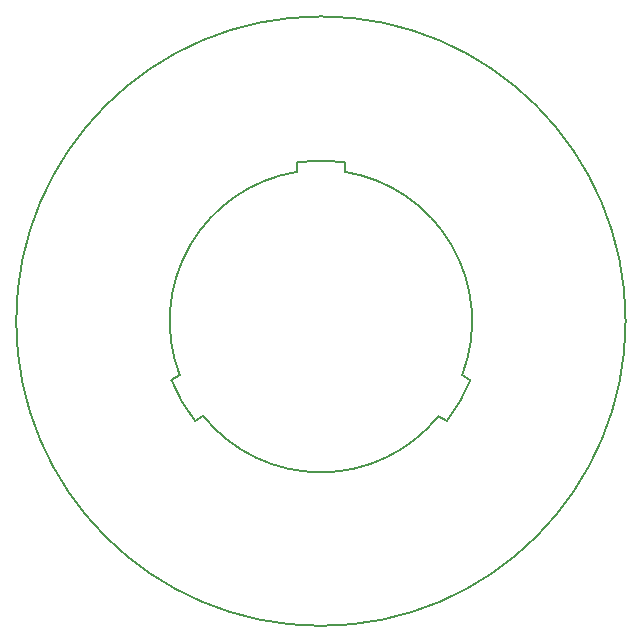
<source format=gbr>
G04 #@! TF.FileFunction,Profile,NP*
%FSLAX46Y46*%
G04 Gerber Fmt 4.6, Leading zero omitted, Abs format (unit mm)*
G04 Created by KiCad (PCBNEW 4.0.7) date 03/16/20 11:51:46*
%MOMM*%
%LPD*%
G01*
G04 APERTURE LIST*
%ADD10C,0.100000*%
%ADD11C,0.150000*%
G04 APERTURE END LIST*
D10*
D11*
X-2000000Y13452000D02*
X-2000000Y12642000D01*
X12654000Y-4985000D02*
X11952000Y-4580000D01*
X2000000Y13452000D02*
X2000000Y12643000D01*
X10656000Y-8450629D02*
X9955000Y-8045629D01*
X-10656000Y-8451000D02*
X-9955000Y-8046000D01*
X-12654000Y-4985000D02*
X-11952000Y-4580000D01*
X10656493Y-8450628D02*
G75*
G03X12654000Y-4985000I-10656493J8450628D01*
G01*
X-12653784Y-4985127D02*
G75*
G03X-10656000Y-8451000I12653784J4985127D01*
G01*
X1999668Y13452049D02*
G75*
G03X-2000000Y13452000I-1999668J-13452049D01*
G01*
X-9955114Y-8045859D02*
G75*
G03X9955000Y-8046000I9955114J8045859D01*
G01*
X11952578Y-4580539D02*
G75*
G03X2000000Y12643000I-11952578J4580539D01*
G01*
X-2000503Y12642179D02*
G75*
G03X-11952000Y-4580000I2000503J-12642179D01*
G01*
X25800000Y0D02*
G75*
G03X25800000Y0I-25800000J0D01*
G01*
M02*

</source>
